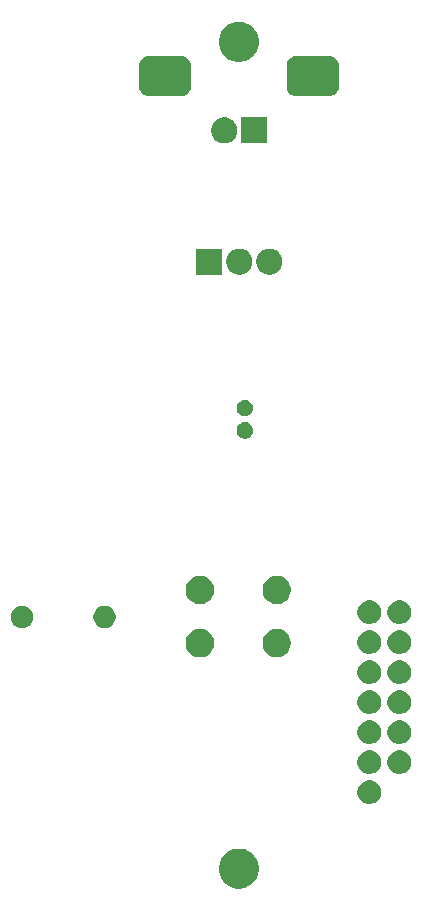
<source format=gbs>
G04 #@! TF.GenerationSoftware,KiCad,Pcbnew,5.0.2-bee76a0~70~ubuntu16.04.1*
G04 #@! TF.CreationDate,2018-12-03T16:58:38+05:30*
G04 #@! TF.ProjectId,senseBeRx_rev2,73656e73-6542-4655-9278-5f726576322e,rev?*
G04 #@! TF.SameCoordinates,Original*
G04 #@! TF.FileFunction,Soldermask,Bot*
G04 #@! TF.FilePolarity,Negative*
%FSLAX46Y46*%
G04 Gerber Fmt 4.6, Leading zero omitted, Abs format (unit mm)*
G04 Created by KiCad (PCBNEW 5.0.2-bee76a0~70~ubuntu16.04.1) date Mon Dec  3 16:58:38 2018*
%MOMM*%
%LPD*%
G01*
G04 APERTURE LIST*
%ADD10C,0.100000*%
G04 APERTURE END LIST*
D10*
G36*
X120386393Y-143343553D02*
X120495872Y-143365330D01*
X120805252Y-143493479D01*
X121083687Y-143679523D01*
X121320477Y-143916313D01*
X121506521Y-144194748D01*
X121634670Y-144504128D01*
X121700000Y-144832565D01*
X121700000Y-145167435D01*
X121634670Y-145495872D01*
X121506521Y-145805252D01*
X121320477Y-146083687D01*
X121083687Y-146320477D01*
X120805252Y-146506521D01*
X120495872Y-146634670D01*
X120386393Y-146656447D01*
X120167437Y-146700000D01*
X119832563Y-146700000D01*
X119613607Y-146656447D01*
X119504128Y-146634670D01*
X119194748Y-146506521D01*
X118916313Y-146320477D01*
X118679523Y-146083687D01*
X118493479Y-145805252D01*
X118365330Y-145495872D01*
X118300000Y-145167435D01*
X118300000Y-144832565D01*
X118365330Y-144504128D01*
X118493479Y-144194748D01*
X118679523Y-143916313D01*
X118916313Y-143679523D01*
X119194748Y-143493479D01*
X119504128Y-143365330D01*
X119613607Y-143343553D01*
X119832563Y-143300000D01*
X120167437Y-143300000D01*
X120386393Y-143343553D01*
X120386393Y-143343553D01*
G37*
G36*
X131205770Y-137535372D02*
X131321689Y-137558429D01*
X131503678Y-137633811D01*
X131667463Y-137743249D01*
X131806751Y-137882537D01*
X131916189Y-138046322D01*
X131991571Y-138228311D01*
X132030000Y-138421509D01*
X132030000Y-138618491D01*
X131991571Y-138811689D01*
X131916189Y-138993678D01*
X131806751Y-139157463D01*
X131667463Y-139296751D01*
X131503678Y-139406189D01*
X131321689Y-139481571D01*
X131205770Y-139504628D01*
X131128493Y-139520000D01*
X130931507Y-139520000D01*
X130854230Y-139504628D01*
X130738311Y-139481571D01*
X130556322Y-139406189D01*
X130392537Y-139296751D01*
X130253249Y-139157463D01*
X130143811Y-138993678D01*
X130068429Y-138811689D01*
X130030000Y-138618491D01*
X130030000Y-138421509D01*
X130068429Y-138228311D01*
X130143811Y-138046322D01*
X130253249Y-137882537D01*
X130392537Y-137743249D01*
X130556322Y-137633811D01*
X130738311Y-137558429D01*
X130854230Y-137535372D01*
X130931507Y-137520000D01*
X131128493Y-137520000D01*
X131205770Y-137535372D01*
X131205770Y-137535372D01*
G37*
G36*
X133745770Y-134995372D02*
X133861689Y-135018429D01*
X134043678Y-135093811D01*
X134207463Y-135203249D01*
X134346751Y-135342537D01*
X134456189Y-135506322D01*
X134531571Y-135688311D01*
X134570000Y-135881509D01*
X134570000Y-136078491D01*
X134531571Y-136271689D01*
X134456189Y-136453678D01*
X134346751Y-136617463D01*
X134207463Y-136756751D01*
X134043678Y-136866189D01*
X133861689Y-136941571D01*
X133745770Y-136964628D01*
X133668493Y-136980000D01*
X133471507Y-136980000D01*
X133394230Y-136964628D01*
X133278311Y-136941571D01*
X133096322Y-136866189D01*
X132932537Y-136756751D01*
X132793249Y-136617463D01*
X132683811Y-136453678D01*
X132608429Y-136271689D01*
X132570000Y-136078491D01*
X132570000Y-135881509D01*
X132608429Y-135688311D01*
X132683811Y-135506322D01*
X132793249Y-135342537D01*
X132932537Y-135203249D01*
X133096322Y-135093811D01*
X133278311Y-135018429D01*
X133394230Y-134995372D01*
X133471507Y-134980000D01*
X133668493Y-134980000D01*
X133745770Y-134995372D01*
X133745770Y-134995372D01*
G37*
G36*
X131205770Y-134995372D02*
X131321689Y-135018429D01*
X131503678Y-135093811D01*
X131667463Y-135203249D01*
X131806751Y-135342537D01*
X131916189Y-135506322D01*
X131991571Y-135688311D01*
X132030000Y-135881509D01*
X132030000Y-136078491D01*
X131991571Y-136271689D01*
X131916189Y-136453678D01*
X131806751Y-136617463D01*
X131667463Y-136756751D01*
X131503678Y-136866189D01*
X131321689Y-136941571D01*
X131205770Y-136964628D01*
X131128493Y-136980000D01*
X130931507Y-136980000D01*
X130854230Y-136964628D01*
X130738311Y-136941571D01*
X130556322Y-136866189D01*
X130392537Y-136756751D01*
X130253249Y-136617463D01*
X130143811Y-136453678D01*
X130068429Y-136271689D01*
X130030000Y-136078491D01*
X130030000Y-135881509D01*
X130068429Y-135688311D01*
X130143811Y-135506322D01*
X130253249Y-135342537D01*
X130392537Y-135203249D01*
X130556322Y-135093811D01*
X130738311Y-135018429D01*
X130854230Y-134995372D01*
X130931507Y-134980000D01*
X131128493Y-134980000D01*
X131205770Y-134995372D01*
X131205770Y-134995372D01*
G37*
G36*
X131205770Y-132455372D02*
X131321689Y-132478429D01*
X131503678Y-132553811D01*
X131667463Y-132663249D01*
X131806751Y-132802537D01*
X131916189Y-132966322D01*
X131991571Y-133148311D01*
X132030000Y-133341509D01*
X132030000Y-133538491D01*
X131991571Y-133731689D01*
X131916189Y-133913678D01*
X131806751Y-134077463D01*
X131667463Y-134216751D01*
X131503678Y-134326189D01*
X131321689Y-134401571D01*
X131205770Y-134424628D01*
X131128493Y-134440000D01*
X130931507Y-134440000D01*
X130854230Y-134424628D01*
X130738311Y-134401571D01*
X130556322Y-134326189D01*
X130392537Y-134216751D01*
X130253249Y-134077463D01*
X130143811Y-133913678D01*
X130068429Y-133731689D01*
X130030000Y-133538491D01*
X130030000Y-133341509D01*
X130068429Y-133148311D01*
X130143811Y-132966322D01*
X130253249Y-132802537D01*
X130392537Y-132663249D01*
X130556322Y-132553811D01*
X130738311Y-132478429D01*
X130854230Y-132455372D01*
X130931507Y-132440000D01*
X131128493Y-132440000D01*
X131205770Y-132455372D01*
X131205770Y-132455372D01*
G37*
G36*
X133745770Y-132455372D02*
X133861689Y-132478429D01*
X134043678Y-132553811D01*
X134207463Y-132663249D01*
X134346751Y-132802537D01*
X134456189Y-132966322D01*
X134531571Y-133148311D01*
X134570000Y-133341509D01*
X134570000Y-133538491D01*
X134531571Y-133731689D01*
X134456189Y-133913678D01*
X134346751Y-134077463D01*
X134207463Y-134216751D01*
X134043678Y-134326189D01*
X133861689Y-134401571D01*
X133745770Y-134424628D01*
X133668493Y-134440000D01*
X133471507Y-134440000D01*
X133394230Y-134424628D01*
X133278311Y-134401571D01*
X133096322Y-134326189D01*
X132932537Y-134216751D01*
X132793249Y-134077463D01*
X132683811Y-133913678D01*
X132608429Y-133731689D01*
X132570000Y-133538491D01*
X132570000Y-133341509D01*
X132608429Y-133148311D01*
X132683811Y-132966322D01*
X132793249Y-132802537D01*
X132932537Y-132663249D01*
X133096322Y-132553811D01*
X133278311Y-132478429D01*
X133394230Y-132455372D01*
X133471507Y-132440000D01*
X133668493Y-132440000D01*
X133745770Y-132455372D01*
X133745770Y-132455372D01*
G37*
G36*
X133745770Y-129915372D02*
X133861689Y-129938429D01*
X134043678Y-130013811D01*
X134207463Y-130123249D01*
X134346751Y-130262537D01*
X134456189Y-130426322D01*
X134531571Y-130608311D01*
X134570000Y-130801509D01*
X134570000Y-130998491D01*
X134531571Y-131191689D01*
X134456189Y-131373678D01*
X134346751Y-131537463D01*
X134207463Y-131676751D01*
X134043678Y-131786189D01*
X133861689Y-131861571D01*
X133745770Y-131884628D01*
X133668493Y-131900000D01*
X133471507Y-131900000D01*
X133394230Y-131884628D01*
X133278311Y-131861571D01*
X133096322Y-131786189D01*
X132932537Y-131676751D01*
X132793249Y-131537463D01*
X132683811Y-131373678D01*
X132608429Y-131191689D01*
X132570000Y-130998491D01*
X132570000Y-130801509D01*
X132608429Y-130608311D01*
X132683811Y-130426322D01*
X132793249Y-130262537D01*
X132932537Y-130123249D01*
X133096322Y-130013811D01*
X133278311Y-129938429D01*
X133394230Y-129915372D01*
X133471507Y-129900000D01*
X133668493Y-129900000D01*
X133745770Y-129915372D01*
X133745770Y-129915372D01*
G37*
G36*
X131205770Y-129915372D02*
X131321689Y-129938429D01*
X131503678Y-130013811D01*
X131667463Y-130123249D01*
X131806751Y-130262537D01*
X131916189Y-130426322D01*
X131991571Y-130608311D01*
X132030000Y-130801509D01*
X132030000Y-130998491D01*
X131991571Y-131191689D01*
X131916189Y-131373678D01*
X131806751Y-131537463D01*
X131667463Y-131676751D01*
X131503678Y-131786189D01*
X131321689Y-131861571D01*
X131205770Y-131884628D01*
X131128493Y-131900000D01*
X130931507Y-131900000D01*
X130854230Y-131884628D01*
X130738311Y-131861571D01*
X130556322Y-131786189D01*
X130392537Y-131676751D01*
X130253249Y-131537463D01*
X130143811Y-131373678D01*
X130068429Y-131191689D01*
X130030000Y-130998491D01*
X130030000Y-130801509D01*
X130068429Y-130608311D01*
X130143811Y-130426322D01*
X130253249Y-130262537D01*
X130392537Y-130123249D01*
X130556322Y-130013811D01*
X130738311Y-129938429D01*
X130854230Y-129915372D01*
X130931507Y-129900000D01*
X131128493Y-129900000D01*
X131205770Y-129915372D01*
X131205770Y-129915372D01*
G37*
G36*
X133745770Y-127375372D02*
X133861689Y-127398429D01*
X134043678Y-127473811D01*
X134207463Y-127583249D01*
X134346751Y-127722537D01*
X134456189Y-127886322D01*
X134531571Y-128068311D01*
X134570000Y-128261509D01*
X134570000Y-128458491D01*
X134531571Y-128651689D01*
X134456189Y-128833678D01*
X134346751Y-128997463D01*
X134207463Y-129136751D01*
X134043678Y-129246189D01*
X133861689Y-129321571D01*
X133745770Y-129344628D01*
X133668493Y-129360000D01*
X133471507Y-129360000D01*
X133394230Y-129344628D01*
X133278311Y-129321571D01*
X133096322Y-129246189D01*
X132932537Y-129136751D01*
X132793249Y-128997463D01*
X132683811Y-128833678D01*
X132608429Y-128651689D01*
X132570000Y-128458491D01*
X132570000Y-128261509D01*
X132608429Y-128068311D01*
X132683811Y-127886322D01*
X132793249Y-127722537D01*
X132932537Y-127583249D01*
X133096322Y-127473811D01*
X133278311Y-127398429D01*
X133394230Y-127375372D01*
X133471507Y-127360000D01*
X133668493Y-127360000D01*
X133745770Y-127375372D01*
X133745770Y-127375372D01*
G37*
G36*
X131205770Y-127375372D02*
X131321689Y-127398429D01*
X131503678Y-127473811D01*
X131667463Y-127583249D01*
X131806751Y-127722537D01*
X131916189Y-127886322D01*
X131991571Y-128068311D01*
X132030000Y-128261509D01*
X132030000Y-128458491D01*
X131991571Y-128651689D01*
X131916189Y-128833678D01*
X131806751Y-128997463D01*
X131667463Y-129136751D01*
X131503678Y-129246189D01*
X131321689Y-129321571D01*
X131205770Y-129344628D01*
X131128493Y-129360000D01*
X130931507Y-129360000D01*
X130854230Y-129344628D01*
X130738311Y-129321571D01*
X130556322Y-129246189D01*
X130392537Y-129136751D01*
X130253249Y-128997463D01*
X130143811Y-128833678D01*
X130068429Y-128651689D01*
X130030000Y-128458491D01*
X130030000Y-128261509D01*
X130068429Y-128068311D01*
X130143811Y-127886322D01*
X130253249Y-127722537D01*
X130392537Y-127583249D01*
X130556322Y-127473811D01*
X130738311Y-127398429D01*
X130854230Y-127375372D01*
X130931507Y-127360000D01*
X131128493Y-127360000D01*
X131205770Y-127375372D01*
X131205770Y-127375372D01*
G37*
G36*
X117050026Y-124746115D02*
X117268412Y-124836573D01*
X117464958Y-124967901D01*
X117632099Y-125135042D01*
X117763427Y-125331588D01*
X117853885Y-125549974D01*
X117900000Y-125781809D01*
X117900000Y-126018191D01*
X117853885Y-126250026D01*
X117763427Y-126468412D01*
X117632099Y-126664958D01*
X117464958Y-126832099D01*
X117268412Y-126963427D01*
X117050026Y-127053885D01*
X116818191Y-127100000D01*
X116581809Y-127100000D01*
X116349974Y-127053885D01*
X116131588Y-126963427D01*
X115935042Y-126832099D01*
X115767901Y-126664958D01*
X115636573Y-126468412D01*
X115546115Y-126250026D01*
X115500000Y-126018191D01*
X115500000Y-125781809D01*
X115546115Y-125549974D01*
X115636573Y-125331588D01*
X115767901Y-125135042D01*
X115935042Y-124967901D01*
X116131588Y-124836573D01*
X116349974Y-124746115D01*
X116581809Y-124700000D01*
X116818191Y-124700000D01*
X117050026Y-124746115D01*
X117050026Y-124746115D01*
G37*
G36*
X123550026Y-124746115D02*
X123768412Y-124836573D01*
X123964958Y-124967901D01*
X124132099Y-125135042D01*
X124263427Y-125331588D01*
X124353885Y-125549974D01*
X124400000Y-125781809D01*
X124400000Y-126018191D01*
X124353885Y-126250026D01*
X124263427Y-126468412D01*
X124132099Y-126664958D01*
X123964958Y-126832099D01*
X123768412Y-126963427D01*
X123550026Y-127053885D01*
X123318191Y-127100000D01*
X123081809Y-127100000D01*
X122849974Y-127053885D01*
X122631588Y-126963427D01*
X122435042Y-126832099D01*
X122267901Y-126664958D01*
X122136573Y-126468412D01*
X122046115Y-126250026D01*
X122000000Y-126018191D01*
X122000000Y-125781809D01*
X122046115Y-125549974D01*
X122136573Y-125331588D01*
X122267901Y-125135042D01*
X122435042Y-124967901D01*
X122631588Y-124836573D01*
X122849974Y-124746115D01*
X123081809Y-124700000D01*
X123318191Y-124700000D01*
X123550026Y-124746115D01*
X123550026Y-124746115D01*
G37*
G36*
X133745770Y-124835372D02*
X133861689Y-124858429D01*
X134043678Y-124933811D01*
X134207463Y-125043249D01*
X134346751Y-125182537D01*
X134456189Y-125346322D01*
X134531571Y-125528311D01*
X134570000Y-125721509D01*
X134570000Y-125918491D01*
X134531571Y-126111689D01*
X134456189Y-126293678D01*
X134346751Y-126457463D01*
X134207463Y-126596751D01*
X134043678Y-126706189D01*
X133861689Y-126781571D01*
X133745770Y-126804628D01*
X133668493Y-126820000D01*
X133471507Y-126820000D01*
X133394230Y-126804628D01*
X133278311Y-126781571D01*
X133096322Y-126706189D01*
X132932537Y-126596751D01*
X132793249Y-126457463D01*
X132683811Y-126293678D01*
X132608429Y-126111689D01*
X132570000Y-125918491D01*
X132570000Y-125721509D01*
X132608429Y-125528311D01*
X132683811Y-125346322D01*
X132793249Y-125182537D01*
X132932537Y-125043249D01*
X133096322Y-124933811D01*
X133278311Y-124858429D01*
X133394230Y-124835372D01*
X133471507Y-124820000D01*
X133668493Y-124820000D01*
X133745770Y-124835372D01*
X133745770Y-124835372D01*
G37*
G36*
X131205770Y-124835372D02*
X131321689Y-124858429D01*
X131503678Y-124933811D01*
X131667463Y-125043249D01*
X131806751Y-125182537D01*
X131916189Y-125346322D01*
X131991571Y-125528311D01*
X132030000Y-125721509D01*
X132030000Y-125918491D01*
X131991571Y-126111689D01*
X131916189Y-126293678D01*
X131806751Y-126457463D01*
X131667463Y-126596751D01*
X131503678Y-126706189D01*
X131321689Y-126781571D01*
X131205770Y-126804628D01*
X131128493Y-126820000D01*
X130931507Y-126820000D01*
X130854230Y-126804628D01*
X130738311Y-126781571D01*
X130556322Y-126706189D01*
X130392537Y-126596751D01*
X130253249Y-126457463D01*
X130143811Y-126293678D01*
X130068429Y-126111689D01*
X130030000Y-125918491D01*
X130030000Y-125721509D01*
X130068429Y-125528311D01*
X130143811Y-125346322D01*
X130253249Y-125182537D01*
X130392537Y-125043249D01*
X130556322Y-124933811D01*
X130738311Y-124858429D01*
X130854230Y-124835372D01*
X130931507Y-124820000D01*
X131128493Y-124820000D01*
X131205770Y-124835372D01*
X131205770Y-124835372D01*
G37*
G36*
X101764452Y-122759127D02*
X101902105Y-122786508D01*
X102074994Y-122858121D01*
X102230590Y-122962087D01*
X102362913Y-123094410D01*
X102466879Y-123250006D01*
X102538492Y-123422895D01*
X102575000Y-123606433D01*
X102575000Y-123793567D01*
X102538492Y-123977105D01*
X102466879Y-124149994D01*
X102362913Y-124305590D01*
X102230590Y-124437913D01*
X102074994Y-124541879D01*
X101902105Y-124613492D01*
X101764451Y-124640873D01*
X101718568Y-124650000D01*
X101531432Y-124650000D01*
X101485549Y-124640873D01*
X101347895Y-124613492D01*
X101175006Y-124541879D01*
X101019410Y-124437913D01*
X100887087Y-124305590D01*
X100783121Y-124149994D01*
X100711508Y-123977105D01*
X100675000Y-123793567D01*
X100675000Y-123606433D01*
X100711508Y-123422895D01*
X100783121Y-123250006D01*
X100887087Y-123094410D01*
X101019410Y-122962087D01*
X101175006Y-122858121D01*
X101347895Y-122786508D01*
X101485548Y-122759127D01*
X101531432Y-122750000D01*
X101718568Y-122750000D01*
X101764452Y-122759127D01*
X101764452Y-122759127D01*
G37*
G36*
X108764452Y-122759127D02*
X108902105Y-122786508D01*
X109074994Y-122858121D01*
X109230590Y-122962087D01*
X109362913Y-123094410D01*
X109466879Y-123250006D01*
X109538492Y-123422895D01*
X109575000Y-123606433D01*
X109575000Y-123793567D01*
X109538492Y-123977105D01*
X109466879Y-124149994D01*
X109362913Y-124305590D01*
X109230590Y-124437913D01*
X109074994Y-124541879D01*
X108902105Y-124613492D01*
X108764451Y-124640873D01*
X108718568Y-124650000D01*
X108531432Y-124650000D01*
X108485549Y-124640873D01*
X108347895Y-124613492D01*
X108175006Y-124541879D01*
X108019410Y-124437913D01*
X107887087Y-124305590D01*
X107783121Y-124149994D01*
X107711508Y-123977105D01*
X107675000Y-123793567D01*
X107675000Y-123606433D01*
X107711508Y-123422895D01*
X107783121Y-123250006D01*
X107887087Y-123094410D01*
X108019410Y-122962087D01*
X108175006Y-122858121D01*
X108347895Y-122786508D01*
X108485548Y-122759127D01*
X108531432Y-122750000D01*
X108718568Y-122750000D01*
X108764452Y-122759127D01*
X108764452Y-122759127D01*
G37*
G36*
X131205770Y-122295372D02*
X131321689Y-122318429D01*
X131503678Y-122393811D01*
X131667463Y-122503249D01*
X131806751Y-122642537D01*
X131916189Y-122806322D01*
X131991571Y-122988311D01*
X132030000Y-123181509D01*
X132030000Y-123378491D01*
X131991571Y-123571689D01*
X131916189Y-123753678D01*
X131806751Y-123917463D01*
X131667463Y-124056751D01*
X131503678Y-124166189D01*
X131321689Y-124241571D01*
X131205770Y-124264628D01*
X131128493Y-124280000D01*
X130931507Y-124280000D01*
X130854230Y-124264628D01*
X130738311Y-124241571D01*
X130556322Y-124166189D01*
X130392537Y-124056751D01*
X130253249Y-123917463D01*
X130143811Y-123753678D01*
X130068429Y-123571689D01*
X130030000Y-123378491D01*
X130030000Y-123181509D01*
X130068429Y-122988311D01*
X130143811Y-122806322D01*
X130253249Y-122642537D01*
X130392537Y-122503249D01*
X130556322Y-122393811D01*
X130738311Y-122318429D01*
X130854230Y-122295372D01*
X130931507Y-122280000D01*
X131128493Y-122280000D01*
X131205770Y-122295372D01*
X131205770Y-122295372D01*
G37*
G36*
X133745770Y-122295372D02*
X133861689Y-122318429D01*
X134043678Y-122393811D01*
X134207463Y-122503249D01*
X134346751Y-122642537D01*
X134456189Y-122806322D01*
X134531571Y-122988311D01*
X134570000Y-123181509D01*
X134570000Y-123378491D01*
X134531571Y-123571689D01*
X134456189Y-123753678D01*
X134346751Y-123917463D01*
X134207463Y-124056751D01*
X134043678Y-124166189D01*
X133861689Y-124241571D01*
X133745770Y-124264628D01*
X133668493Y-124280000D01*
X133471507Y-124280000D01*
X133394230Y-124264628D01*
X133278311Y-124241571D01*
X133096322Y-124166189D01*
X132932537Y-124056751D01*
X132793249Y-123917463D01*
X132683811Y-123753678D01*
X132608429Y-123571689D01*
X132570000Y-123378491D01*
X132570000Y-123181509D01*
X132608429Y-122988311D01*
X132683811Y-122806322D01*
X132793249Y-122642537D01*
X132932537Y-122503249D01*
X133096322Y-122393811D01*
X133278311Y-122318429D01*
X133394230Y-122295372D01*
X133471507Y-122280000D01*
X133668493Y-122280000D01*
X133745770Y-122295372D01*
X133745770Y-122295372D01*
G37*
G36*
X117050026Y-120246115D02*
X117268412Y-120336573D01*
X117464958Y-120467901D01*
X117632099Y-120635042D01*
X117763427Y-120831588D01*
X117853885Y-121049974D01*
X117900000Y-121281809D01*
X117900000Y-121518191D01*
X117853885Y-121750026D01*
X117763427Y-121968412D01*
X117632099Y-122164958D01*
X117464958Y-122332099D01*
X117268412Y-122463427D01*
X117050026Y-122553885D01*
X116818191Y-122600000D01*
X116581809Y-122600000D01*
X116349974Y-122553885D01*
X116131588Y-122463427D01*
X115935042Y-122332099D01*
X115767901Y-122164958D01*
X115636573Y-121968412D01*
X115546115Y-121750026D01*
X115500000Y-121518191D01*
X115500000Y-121281809D01*
X115546115Y-121049974D01*
X115636573Y-120831588D01*
X115767901Y-120635042D01*
X115935042Y-120467901D01*
X116131588Y-120336573D01*
X116349974Y-120246115D01*
X116581809Y-120200000D01*
X116818191Y-120200000D01*
X117050026Y-120246115D01*
X117050026Y-120246115D01*
G37*
G36*
X123550026Y-120246115D02*
X123768412Y-120336573D01*
X123964958Y-120467901D01*
X124132099Y-120635042D01*
X124263427Y-120831588D01*
X124353885Y-121049974D01*
X124400000Y-121281809D01*
X124400000Y-121518191D01*
X124353885Y-121750026D01*
X124263427Y-121968412D01*
X124132099Y-122164958D01*
X123964958Y-122332099D01*
X123768412Y-122463427D01*
X123550026Y-122553885D01*
X123318191Y-122600000D01*
X123081809Y-122600000D01*
X122849974Y-122553885D01*
X122631588Y-122463427D01*
X122435042Y-122332099D01*
X122267901Y-122164958D01*
X122136573Y-121968412D01*
X122046115Y-121750026D01*
X122000000Y-121518191D01*
X122000000Y-121281809D01*
X122046115Y-121049974D01*
X122136573Y-120831588D01*
X122267901Y-120635042D01*
X122435042Y-120467901D01*
X122631588Y-120336573D01*
X122849974Y-120246115D01*
X123081809Y-120200000D01*
X123318191Y-120200000D01*
X123550026Y-120246115D01*
X123550026Y-120246115D01*
G37*
G36*
X120704183Y-107226900D02*
X120831574Y-107279668D01*
X120946225Y-107356275D01*
X121043725Y-107453775D01*
X121120332Y-107568426D01*
X121173100Y-107695817D01*
X121200000Y-107831055D01*
X121200000Y-107968945D01*
X121173100Y-108104183D01*
X121120332Y-108231574D01*
X121043725Y-108346225D01*
X120946225Y-108443725D01*
X120831574Y-108520332D01*
X120704183Y-108573100D01*
X120568945Y-108600000D01*
X120431055Y-108600000D01*
X120295817Y-108573100D01*
X120168426Y-108520332D01*
X120053775Y-108443725D01*
X119956275Y-108346225D01*
X119879668Y-108231574D01*
X119826900Y-108104183D01*
X119800000Y-107968945D01*
X119800000Y-107831055D01*
X119826900Y-107695817D01*
X119879668Y-107568426D01*
X119956275Y-107453775D01*
X120053775Y-107356275D01*
X120168426Y-107279668D01*
X120295817Y-107226900D01*
X120431055Y-107200000D01*
X120568945Y-107200000D01*
X120704183Y-107226900D01*
X120704183Y-107226900D01*
G37*
G36*
X120704183Y-105326900D02*
X120831574Y-105379668D01*
X120946225Y-105456275D01*
X121043725Y-105553775D01*
X121120332Y-105668426D01*
X121173100Y-105795817D01*
X121200000Y-105931055D01*
X121200000Y-106068945D01*
X121173100Y-106204183D01*
X121120332Y-106331574D01*
X121043725Y-106446225D01*
X120946225Y-106543725D01*
X120831574Y-106620332D01*
X120704183Y-106673100D01*
X120568945Y-106700000D01*
X120431055Y-106700000D01*
X120295817Y-106673100D01*
X120168426Y-106620332D01*
X120053775Y-106543725D01*
X119956275Y-106446225D01*
X119879668Y-106331574D01*
X119826900Y-106204183D01*
X119800000Y-106068945D01*
X119800000Y-105931055D01*
X119826900Y-105795817D01*
X119879668Y-105668426D01*
X119956275Y-105553775D01*
X120053775Y-105456275D01*
X120168426Y-105379668D01*
X120295817Y-105326900D01*
X120431055Y-105300000D01*
X120568945Y-105300000D01*
X120704183Y-105326900D01*
X120704183Y-105326900D01*
G37*
G36*
X120360857Y-92542272D02*
X120561042Y-92625191D01*
X120741213Y-92745578D01*
X120894422Y-92898787D01*
X121014809Y-93078958D01*
X121097728Y-93279143D01*
X121140000Y-93491658D01*
X121140000Y-93708342D01*
X121097728Y-93920857D01*
X121014809Y-94121042D01*
X120894422Y-94301213D01*
X120741213Y-94454422D01*
X120561042Y-94574809D01*
X120360857Y-94657728D01*
X120148342Y-94700000D01*
X119931658Y-94700000D01*
X119719143Y-94657728D01*
X119518958Y-94574809D01*
X119338787Y-94454422D01*
X119185578Y-94301213D01*
X119065191Y-94121042D01*
X118982272Y-93920857D01*
X118940000Y-93708342D01*
X118940000Y-93491658D01*
X118982272Y-93279143D01*
X119065191Y-93078958D01*
X119185578Y-92898787D01*
X119338787Y-92745578D01*
X119518958Y-92625191D01*
X119719143Y-92542272D01*
X119931658Y-92500000D01*
X120148342Y-92500000D01*
X120360857Y-92542272D01*
X120360857Y-92542272D01*
G37*
G36*
X122900857Y-92542272D02*
X123101042Y-92625191D01*
X123281213Y-92745578D01*
X123434422Y-92898787D01*
X123554809Y-93078958D01*
X123637728Y-93279143D01*
X123680000Y-93491658D01*
X123680000Y-93708342D01*
X123637728Y-93920857D01*
X123554809Y-94121042D01*
X123434422Y-94301213D01*
X123281213Y-94454422D01*
X123101042Y-94574809D01*
X122900857Y-94657728D01*
X122688342Y-94700000D01*
X122471658Y-94700000D01*
X122259143Y-94657728D01*
X122058958Y-94574809D01*
X121878787Y-94454422D01*
X121725578Y-94301213D01*
X121605191Y-94121042D01*
X121522272Y-93920857D01*
X121480000Y-93708342D01*
X121480000Y-93491658D01*
X121522272Y-93279143D01*
X121605191Y-93078958D01*
X121725578Y-92898787D01*
X121878787Y-92745578D01*
X122058958Y-92625191D01*
X122259143Y-92542272D01*
X122471658Y-92500000D01*
X122688342Y-92500000D01*
X122900857Y-92542272D01*
X122900857Y-92542272D01*
G37*
G36*
X118600000Y-94700000D02*
X116400000Y-94700000D01*
X116400000Y-92500000D01*
X118600000Y-92500000D01*
X118600000Y-94700000D01*
X118600000Y-94700000D01*
G37*
G36*
X122400000Y-83600000D02*
X120200000Y-83600000D01*
X120200000Y-81400000D01*
X122400000Y-81400000D01*
X122400000Y-83600000D01*
X122400000Y-83600000D01*
G37*
G36*
X119080857Y-81442272D02*
X119281042Y-81525191D01*
X119461213Y-81645578D01*
X119614422Y-81798787D01*
X119734809Y-81978958D01*
X119817728Y-82179143D01*
X119860000Y-82391658D01*
X119860000Y-82608342D01*
X119817728Y-82820857D01*
X119734809Y-83021042D01*
X119614422Y-83201213D01*
X119461213Y-83354422D01*
X119281042Y-83474809D01*
X119080857Y-83557728D01*
X118868342Y-83600000D01*
X118651658Y-83600000D01*
X118439143Y-83557728D01*
X118238958Y-83474809D01*
X118058787Y-83354422D01*
X117905578Y-83201213D01*
X117785191Y-83021042D01*
X117702272Y-82820857D01*
X117660000Y-82608342D01*
X117660000Y-82391658D01*
X117702272Y-82179143D01*
X117785191Y-81978958D01*
X117905578Y-81798787D01*
X118058787Y-81645578D01*
X118238958Y-81525191D01*
X118439143Y-81442272D01*
X118651658Y-81400000D01*
X118868342Y-81400000D01*
X119080857Y-81442272D01*
X119080857Y-81442272D01*
G37*
G36*
X127816017Y-76215724D02*
X127963630Y-76260503D01*
X128099677Y-76333222D01*
X128218919Y-76431081D01*
X128316778Y-76550323D01*
X128389497Y-76686370D01*
X128434276Y-76833983D01*
X128450000Y-76993640D01*
X128450000Y-78806360D01*
X128434276Y-78966017D01*
X128389497Y-79113630D01*
X128316778Y-79249677D01*
X128218919Y-79368919D01*
X128099677Y-79466778D01*
X127963630Y-79539497D01*
X127816017Y-79584276D01*
X127656360Y-79600000D01*
X124843640Y-79600000D01*
X124683983Y-79584276D01*
X124536370Y-79539497D01*
X124400323Y-79466778D01*
X124281081Y-79368919D01*
X124183222Y-79249677D01*
X124110503Y-79113630D01*
X124065724Y-78966017D01*
X124050000Y-78806360D01*
X124050000Y-76993640D01*
X124065724Y-76833983D01*
X124110503Y-76686370D01*
X124183222Y-76550323D01*
X124281081Y-76431081D01*
X124400323Y-76333222D01*
X124536370Y-76260503D01*
X124683983Y-76215724D01*
X124843640Y-76200000D01*
X127656360Y-76200000D01*
X127816017Y-76215724D01*
X127816017Y-76215724D01*
G37*
G36*
X115316017Y-76215724D02*
X115463630Y-76260503D01*
X115599677Y-76333222D01*
X115718919Y-76431081D01*
X115816778Y-76550323D01*
X115889497Y-76686370D01*
X115934276Y-76833983D01*
X115950000Y-76993640D01*
X115950000Y-78806360D01*
X115934276Y-78966017D01*
X115889497Y-79113630D01*
X115816778Y-79249677D01*
X115718919Y-79368919D01*
X115599677Y-79466778D01*
X115463630Y-79539497D01*
X115316017Y-79584276D01*
X115156360Y-79600000D01*
X112343640Y-79600000D01*
X112183983Y-79584276D01*
X112036370Y-79539497D01*
X111900323Y-79466778D01*
X111781081Y-79368919D01*
X111683222Y-79249677D01*
X111610503Y-79113630D01*
X111565724Y-78966017D01*
X111550000Y-78806360D01*
X111550000Y-76993640D01*
X111565724Y-76833983D01*
X111610503Y-76686370D01*
X111683222Y-76550323D01*
X111781081Y-76431081D01*
X111900323Y-76333222D01*
X112036370Y-76260503D01*
X112183983Y-76215724D01*
X112343640Y-76200000D01*
X115156360Y-76200000D01*
X115316017Y-76215724D01*
X115316017Y-76215724D01*
G37*
G36*
X120386393Y-73343553D02*
X120495872Y-73365330D01*
X120805252Y-73493479D01*
X121083687Y-73679523D01*
X121320477Y-73916313D01*
X121506521Y-74194748D01*
X121634670Y-74504128D01*
X121700000Y-74832565D01*
X121700000Y-75167435D01*
X121634670Y-75495872D01*
X121506521Y-75805252D01*
X121320477Y-76083687D01*
X121083687Y-76320477D01*
X120805252Y-76506521D01*
X120495872Y-76634670D01*
X120386393Y-76656447D01*
X120167437Y-76700000D01*
X119832563Y-76700000D01*
X119613607Y-76656447D01*
X119504128Y-76634670D01*
X119194748Y-76506521D01*
X118916313Y-76320477D01*
X118679523Y-76083687D01*
X118493479Y-75805252D01*
X118365330Y-75495872D01*
X118300000Y-75167435D01*
X118300000Y-74832565D01*
X118365330Y-74504128D01*
X118493479Y-74194748D01*
X118679523Y-73916313D01*
X118916313Y-73679523D01*
X119194748Y-73493479D01*
X119504128Y-73365330D01*
X119613607Y-73343553D01*
X119832563Y-73300000D01*
X120167437Y-73300000D01*
X120386393Y-73343553D01*
X120386393Y-73343553D01*
G37*
M02*

</source>
